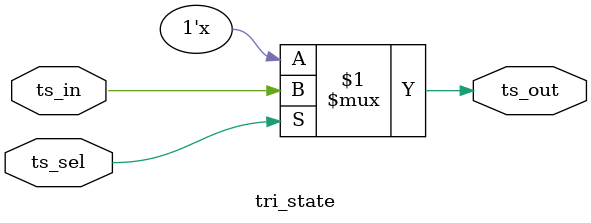
<source format=v>
module tri_state (
	ts_out,
	ts_in,
	ts_sel
);
	input   ts_in, ts_sel;
    output  ts_out;
    tri     ts_out;

    bufif1  b1(ts_out, ts_in, ts_sel);
endmodule 
</source>
